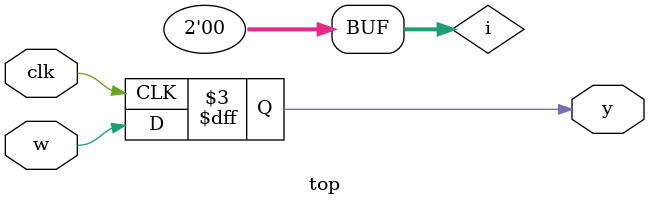
<source format=v>
/* Generated by Yosys 0.8+ (git sha1 UNKNOWN, clang 14.0.0-1ubuntu1.1 -fPIC -Os) */

module top(y, clk, w);
  input clk;
  wire [1:0] i;
  input w;
  output y;
  reg y = 1'h0;
  always @(posedge clk)
      y <= w;
  assign i = 2'h0;
endmodule

</source>
